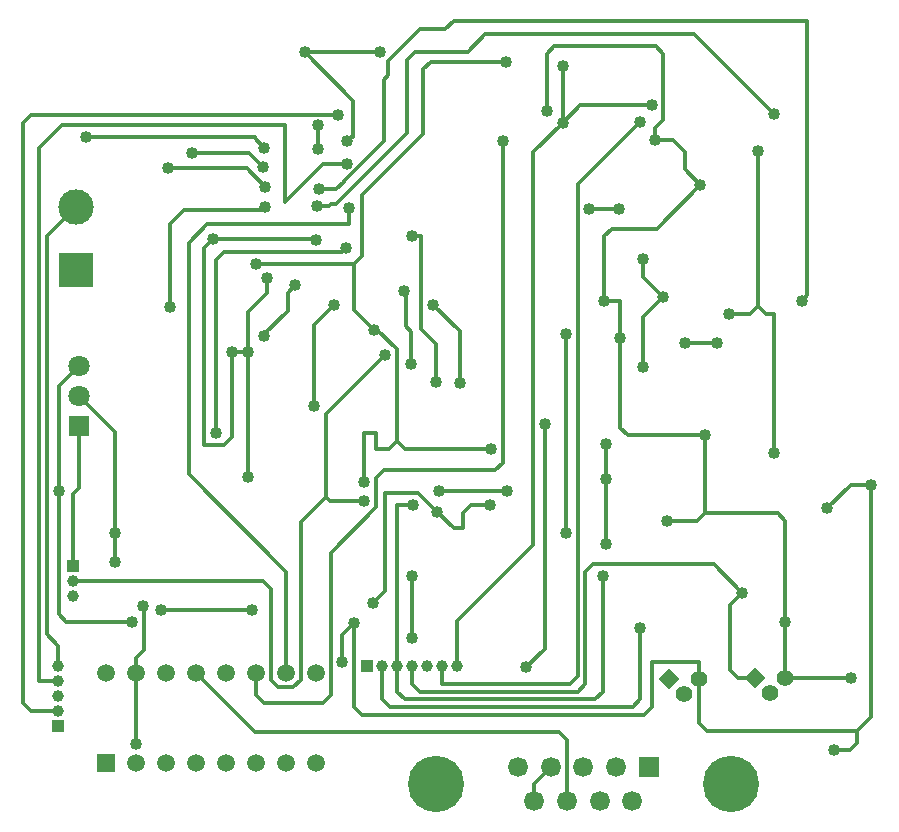
<source format=gbr>
G04 DipTrace 3.2.0.1*
G04 Íèæíèé.gbr*
%MOIN*%
G04 #@! TF.FileFunction,Copper,L2,Bot*
G04 #@! TF.Part,Single*
%AMOUTLINE0*
4,1,4,
0.0,-0.035433,
-0.035433,0.0,
0.0,0.035433,
0.035433,0.0,
0.0,-0.035433,
0*%
G04 #@! TA.AperFunction,Conductor*
%ADD13C,0.012992*%
G04 #@! TA.AperFunction,ComponentPad*
%ADD20R,0.11811X0.11811*%
%ADD21C,0.11811*%
%ADD29R,0.070866X0.070866*%
%ADD30C,0.070866*%
%ADD31R,0.03937X0.03937*%
%ADD32C,0.03937*%
%ADD33R,0.059055X0.059055*%
%ADD34C,0.059055*%
%ADD37R,0.066535X0.066535*%
%ADD38C,0.066535*%
%ADD39C,0.187402*%
%ADD40C,0.055118*%
G04 #@! TA.AperFunction,ViaPad*
%ADD41C,0.04*%
G04 #@! TA.AperFunction,ComponentPad*
%ADD98OUTLINE0*%
%FSLAX26Y26*%
G04*
G70*
G90*
G75*
G01*
G04 Bottom*
%LPD*%
X1718217Y3328101D2*
D13*
X1468071D1*
X1629881Y3166291D1*
Y3043669D1*
X1622202D1*
X1609492Y3030959D1*
X1333560Y2382583D2*
Y2387122D1*
X1412726Y2466287D1*
Y2525681D1*
X1437234Y2550189D1*
X1696787Y1492766D2*
X1736276Y1532255D1*
Y1858448D1*
X1847398D1*
X1910654Y1795190D1*
X2472524Y2022802D2*
X2473433Y1904345D1*
X1910654Y1795190D2*
X1965858Y1739987D1*
X1996528D1*
Y1792980D1*
X2022512Y1818963D1*
X2084843D1*
X2473433Y1904345D2*
Y1687747D1*
X1020811Y2479345D2*
Y2755432D1*
X1067249Y2801870D1*
X1326058D1*
X1337016Y2812829D1*
X1343857Y2573799D2*
Y2526147D1*
X1278354Y2460644D1*
Y2327589D1*
Y1912428D1*
X1164010Y2705869D2*
X1507720D1*
Y2701577D1*
X1225362Y2327589D2*
Y2044577D1*
X1199378Y2018593D1*
X1133642D1*
Y2675593D1*
X1163917Y2705869D1*
X1164010D1*
X1278354Y2327589D2*
X1225362D1*
X905877Y1258923D2*
Y1307940D1*
X933634Y1335697D1*
Y1477672D1*
X929461Y1481845D1*
X905878Y1021444D2*
X905877Y1258923D1*
X1511438Y3005915D2*
Y3084516D1*
X1512148Y3085226D1*
X1092353Y2990173D2*
X1281723D1*
X1328531Y2943365D1*
X1173130Y2058081D2*
Y2636106D1*
X1199114Y2662089D1*
X1591866D1*
X1606106Y2676329D1*
X738705Y3046434D2*
X1301806D1*
Y3040972D1*
X1334043Y3008735D1*
X2881492Y2456247D2*
X2952862D1*
X2978846Y2482231D1*
Y2999790D1*
Y2482231D2*
X3004831Y2456247D1*
X3032528D1*
Y1993077D1*
X1907224Y2228861D2*
Y2355526D1*
X1857513Y2405238D1*
Y2715818D1*
X1827465D1*
X1306209Y2622601D2*
X1632209D1*
Y2467954D1*
X1698193Y2401971D1*
X1710331D1*
X1775496Y2336806D1*
Y2032522D1*
X1801480Y2006538D1*
X2090429D1*
X1632209Y2622601D2*
X1658193Y2648585D1*
Y2849940D1*
X1862256Y3054003D1*
Y3270110D1*
X1888240Y3296093D1*
X2140000D1*
X1667008Y1894345D2*
Y2058507D1*
X1705728D1*
Y2006538D1*
X1749510D1*
X1775496Y2032522D1*
X706257Y2811492D2*
X608622Y2713857D1*
Y1386648D1*
X647793Y1347478D1*
Y1280753D1*
X1013785Y2940295D2*
X1275467D1*
X1336906Y2878857D1*
X1509899Y2816262D2*
X1550773D1*
X1556217Y2821706D1*
X1572913D1*
X1809451Y3058244D1*
Y3300346D1*
X1837280Y3328175D1*
X2012594D1*
X2071034Y3386613D1*
X2766656D1*
X3031722Y3121547D1*
X1824076Y2288870D2*
Y2396444D1*
X1804844Y2415676D1*
Y2528886D1*
X1801077Y2532652D1*
X1515875Y2869933D2*
X1573833D1*
X1597959Y2894059D1*
Y2896843D1*
X1731533Y3030416D1*
Y3236343D1*
X1745448Y3250257D1*
Y3297564D1*
X1851193Y3403310D1*
X1937459D1*
X1965287Y3431138D1*
X3142409D1*
Y2517497D1*
X3124715Y2499804D1*
X1580205Y3118140D2*
X556654D1*
X530669Y3092156D1*
Y1156739D1*
X556655Y1130753D1*
X647793D1*
X1607849Y2953576D2*
X1528979D1*
X1403902Y2828499D1*
Y3085253D1*
X660734D1*
X582638Y3007157D1*
Y1230753D1*
X647793D1*
X715601Y2181873D2*
X835567Y2061907D1*
Y1723699D1*
Y1628566D1*
X1594382Y1294436D2*
Y1385967D1*
X1633870Y1425455D1*
X715601Y2081873D2*
Y1874133D1*
X697136Y1855668D1*
Y1615255D1*
X2841740Y2358577D2*
X2736780D1*
X2783585Y1238996D2*
Y1091526D1*
X2809570Y1065542D1*
X3310591D1*
X3357173Y1112125D1*
Y1886345D1*
X3288429D1*
X3209453Y1807369D1*
X3310591Y1065542D2*
Y1026054D1*
X3284606Y1000070D1*
X3231618D1*
X1633870Y1425455D2*
Y1144433D1*
X1659854Y1118448D1*
X2601118D1*
X2627102Y1144432D1*
Y1293920D1*
X2783585D1*
Y1238996D1*
X1667008Y1832463D2*
X1552169D1*
X1539689Y1844944D1*
X1454894Y1760148D1*
Y1235888D1*
X1428909Y1209904D1*
X1380878D1*
X1354894Y1235888D1*
Y1539270D1*
X1328909Y1565255D1*
X697136D1*
X2206189Y1277857D2*
X2267969Y1339636D1*
Y2088274D1*
X3071106Y1428589D2*
Y1765219D1*
X3045122Y1791203D1*
X2802516D1*
Y2049951D1*
X1736008Y2317538D2*
X1539689Y2121219D1*
Y1844944D1*
X2635024Y3033822D2*
Y3073310D1*
X2664150Y3102436D1*
Y3322282D1*
X2638165Y3348266D1*
X2300921D1*
X2274937Y3322282D1*
Y3132475D1*
X2787559Y2884030D2*
X2734567Y2937022D1*
Y2994337D1*
X2695083Y3033822D1*
X2635024D1*
X2466709Y2497518D2*
Y2713491D1*
X2492693Y2739475D1*
X2643003D1*
X2787559Y2884030D1*
X2519701Y2375762D2*
Y2497518D1*
X2466709D1*
X2802516Y2049951D2*
X2545685D1*
X2519701Y2075936D1*
Y2375762D1*
X2675878Y1765219D2*
X2776530D1*
X2802516Y1791203D1*
X3071105Y1240608D2*
X3071106Y1428589D1*
X3287957Y1240609D2*
X3071105Y1240608D1*
X2129917Y3033097D2*
Y1959815D1*
X2103933Y1933829D1*
X1732480D1*
X1706496Y1907845D1*
Y1810554D1*
X1554894Y1658951D1*
Y1183920D1*
X1528909Y1157936D1*
X1331862D1*
X1305877Y1183921D1*
Y1258923D1*
X1617790Y2808227D2*
Y2754913D1*
X1144176D1*
X1081673Y2692411D1*
Y1919928D1*
X1405877Y1595724D1*
Y1258923D1*
X1105877D2*
X1303867Y1060932D1*
X2316685D1*
X2342669Y1034946D1*
Y832110D1*
X2463280Y1580416D2*
Y1196400D1*
X2437295Y1170416D1*
X1802812D1*
X1776828Y1196402D1*
Y1282018D1*
Y1818959D1*
X1828235D1*
X2587614Y1408731D2*
Y1170416D1*
X2561630Y1144432D1*
X1752815D1*
X1726828Y1170419D1*
Y1282018D1*
X2624661Y3151499D2*
X2386437D1*
X2327925Y3092987D1*
Y3282794D2*
Y3092987D1*
X2228480Y2993543D1*
Y1684310D1*
X1976828Y1432656D1*
Y1282018D1*
X2971105Y1240608D2*
X2913378D1*
X2887394Y1266592D1*
Y1485097D1*
X2926882Y1524585D1*
X2831563Y1619904D1*
X2429820D1*
X2403835Y1593920D1*
Y1222385D1*
X2377850Y1196400D1*
X1852815D1*
X1826828Y1222388D1*
Y1282018D1*
X894146Y1428853D2*
X674096D1*
X648110Y1454837D1*
Y1865196D1*
Y2214383D1*
X715601Y2281873D1*
X1294079Y1468341D2*
X988650D1*
X1826898Y1580377D2*
Y1373412D1*
X1896709Y2485117D2*
X1984752Y2397073D1*
Y2225433D1*
X1500201Y2149562D2*
Y2418580D1*
X1566736Y2485117D1*
X2143335Y1864857D2*
X1917551D1*
X2596024Y2637546D2*
Y2577144D1*
X2661606Y2511562D1*
X2596024Y2445979D1*
Y2277731D1*
X2417339Y2804948D2*
X2515626D1*
X2338362Y2389510D2*
Y1725219D1*
X2585173Y3094597D2*
X2377850Y2887274D1*
Y1248370D1*
X2351866Y1222385D1*
X1926828D1*
Y1282018D1*
X2288142Y943921D2*
X2233614Y889394D1*
Y832110D1*
D41*
X1609492Y3030959D3*
X1718217Y3328101D3*
X1468071D3*
X1910654Y1795190D3*
X1696787Y1492766D3*
X2084843Y1818963D3*
X2473433Y1904345D3*
Y1687747D3*
X2472524Y2022802D3*
X1507720Y2701577D3*
X1164010Y2705869D3*
X929461Y1481845D3*
X1225362Y2327589D3*
X905878Y1021444D3*
X1278354Y1912428D3*
X1343857Y2573799D3*
X1278354Y2327589D3*
X1606106Y2676329D3*
X1173130Y2058081D3*
X2090429Y2006538D3*
X1667008Y1894345D3*
X1306209Y2622601D3*
X2140000Y3296093D3*
X1698193Y2401971D3*
X1580205Y3118140D3*
X1607849Y2953576D3*
X835567Y1723699D3*
Y1628566D3*
X1594382Y1294436D3*
X2736780Y2358577D3*
X2841740D3*
X1633870Y1425455D3*
X3209453Y1807369D3*
X3231618Y1000070D3*
X3357173Y1886345D3*
X2274937Y3132475D3*
X2519701Y2375762D3*
X3071106Y1428589D3*
X2787559Y2884030D3*
X2267969Y2088274D3*
X2206189Y1277857D3*
X3287957Y1240609D3*
X1667008Y1832463D3*
X2675878Y1765219D3*
X2466709Y2497518D3*
X1736008Y2317538D3*
X2635024Y3033822D3*
X2802516Y2049951D3*
X2129917Y3033097D3*
X1617790Y2808227D3*
X1828235Y1818959D3*
X2463280Y1580416D3*
X2587614Y1408731D3*
X2327925Y3092987D3*
X2624661Y3151499D3*
X2327925Y3282794D3*
X2926882Y1524585D3*
X648110Y1865196D3*
X894146Y1428853D3*
X988650Y1468341D3*
X1294079D3*
X2585173Y3094597D3*
X1827465Y2715818D3*
X1907224Y2228861D3*
X1826898Y1373412D3*
Y1580377D3*
X2338362Y1725219D3*
Y2389510D3*
X2515626Y2804948D3*
X2417339D3*
X2596024Y2277731D3*
Y2637546D3*
X2661606Y2511562D3*
X1984752Y2225433D3*
X1896709Y2485117D3*
X1566736D3*
X1500201Y2149562D3*
X1917551Y1864857D3*
X2143335D3*
X2978846Y2999790D3*
X2881492Y2456247D3*
X3032528Y1993077D3*
X1511438Y3005915D3*
X1512148Y3085226D3*
X1824076Y2288870D3*
X1801077Y2532652D3*
X1334043Y3008735D3*
X738705Y3046434D3*
X1092353Y2990173D3*
X1328531Y2943365D3*
X1013785Y2940295D3*
X1336906Y2878857D3*
X3031722Y3121547D3*
X1515875Y2869933D3*
X1509899Y2816262D3*
X3124715Y2499804D3*
X1337016Y2812829D3*
X1020811Y2479345D3*
X1333560Y2382583D3*
X1437234Y2550189D3*
D20*
X706257Y2602437D3*
D21*
Y2811492D3*
D29*
X715601Y2081873D3*
D30*
Y2281873D3*
Y2181873D3*
D31*
X697136Y1615255D3*
D32*
Y1565255D3*
Y1515255D3*
D31*
X647793Y1080753D3*
D32*
Y1130753D3*
Y1180753D3*
Y1230753D3*
Y1280753D3*
D31*
X1676828Y1282018D3*
D32*
X1726828D3*
X1776828D3*
X1826828D3*
X1876828D3*
X1926828D3*
X1976828D3*
D33*
X805877Y958923D3*
D34*
X905877D3*
X1005877D3*
X1105877D3*
X1205877D3*
X1305877D3*
X1405877D3*
X1505877D3*
Y1258923D3*
X1405877D3*
X1305877D3*
X1205877D3*
X1105877D3*
X1005877D3*
X905877D3*
X805877D3*
D37*
X2615307Y943922D3*
D38*
X2506252D3*
X2397197D3*
X2288142D3*
X2179087D3*
X2560780Y832111D3*
X2451724D3*
X2342669D3*
X2233614D3*
D39*
X2889126Y888016D3*
X1905268D3*
D40*
X2783585Y1238996D3*
X2733585Y1188996D3*
D98*
X2683585Y1238996D3*
D40*
X3071105Y1240608D3*
X3021105Y1190608D3*
D98*
X2971105Y1240608D3*
M02*

</source>
